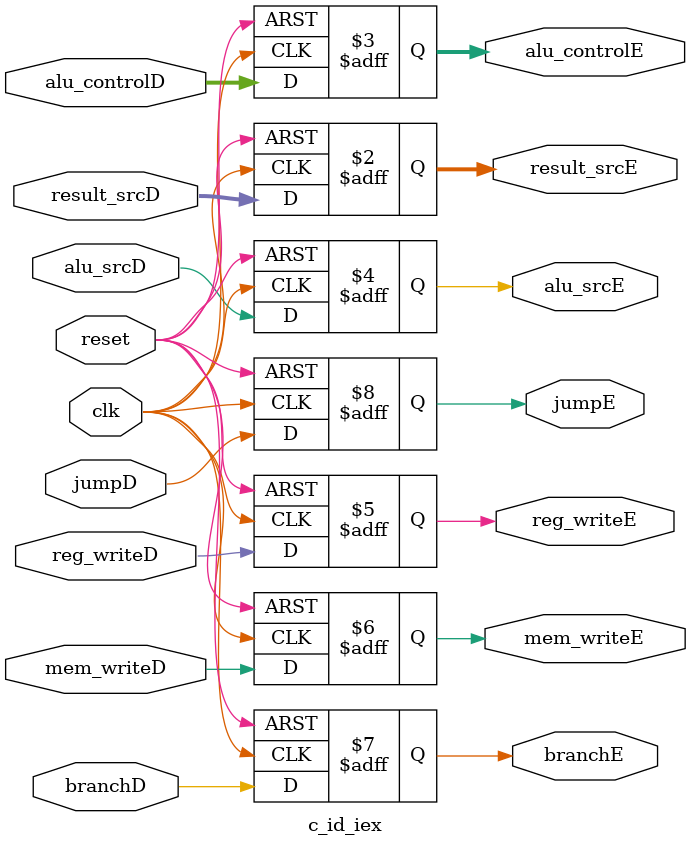
<source format=v>
`timescale 1ns / 1ps


module c_id_iex(
    input wire clk, reset,

    input wire [1:0] result_srcD,
    input wire [3:0] alu_controlD,
    input wire alu_srcD,
    input wire reg_writeD,
    input wire mem_writeD,
    input wire branchD,
    input wire jumpD,
    
    output reg [1:0] result_srcE,
    output reg [3:0] alu_controlE,
    output reg alu_srcE,
    output reg reg_writeE,
    output reg mem_writeE,
    output reg branchE,
    output reg jumpE
);

    always @(posedge clk or posedge reset) begin
        if (reset) begin
            result_srcE <= 0;
            alu_controlE <= 0;
            alu_srcE <= 0;
            reg_writeE <= 0;
            mem_writeE <= 0;
            branchE <= 0;
            jumpE <= 0;
        end
        else begin
            result_srcE <= result_srcD;
            alu_controlE <= alu_controlD;
            alu_srcE <= alu_srcD;
            reg_writeE <= reg_writeD;
            mem_writeE <= mem_writeD;
            branchE <= branchD;
            jumpE <= jumpD;
        end
    end

endmodule

</source>
